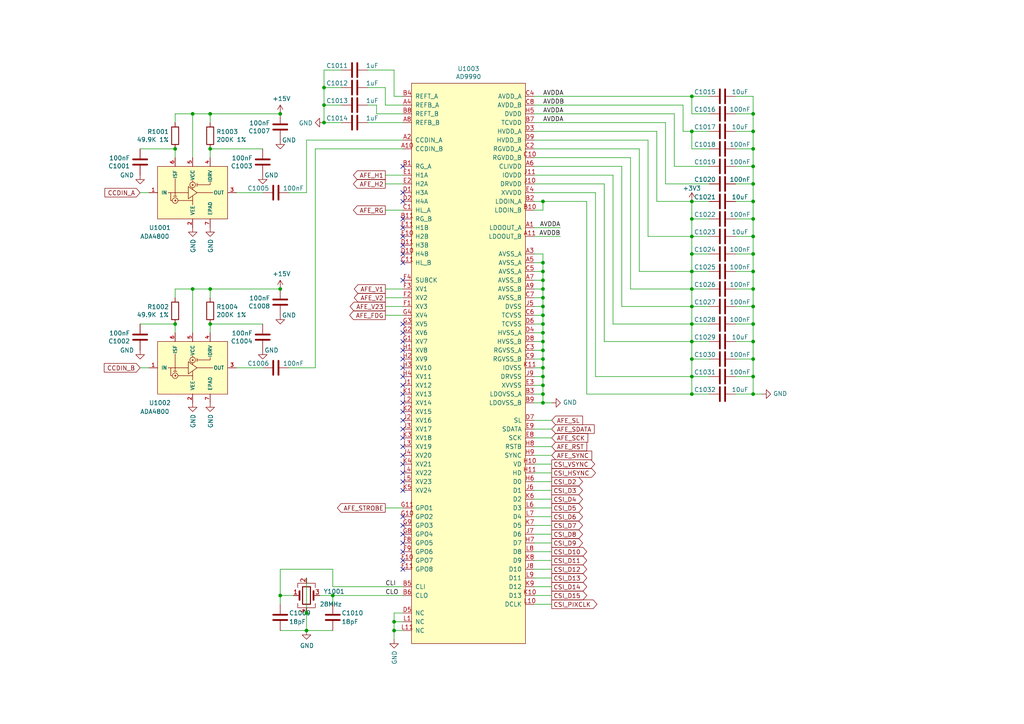
<source format=kicad_sch>
(kicad_sch (version 20230121) (generator eeschema)
  (paper "A4")
  (title_block (title "Sitina 1 Mainboard") (date "2023-03-16") (rev "R0.6") (company "Copyright 2023 Wenting Zhang") (comment 2 "MERCHANTABILITY, SATISFACTORY QUALITY AND FITNESS FOR A PARTICULAR PURPOSE.") (comment 3 "This source is distributed WITHOUT ANY EXPRESS OR IMPLIED WARRANTY, INCLUDING OF") (comment 4 "This source describes Open Hardware and is licensed under the CERN-OHL-P v2."))
  (lib_symbols
    (symbol "Device:C" (pin_numbers hide) (pin_names (offset 0.254))
      (property "Reference" "C" (at 0.635 2.54 0))
      (property "Value" "C" (at 0.635 -2.54 0))
      (symbol "C_0_1"
        (polyline (pts (xy -2.032 -0.762) (xy 2.032 -0.762)) (stroke (width 0.508)))
        (polyline (pts (xy -2.032 0.762) (xy 2.032 0.762)) (stroke (width 0.508)))
      )
      (symbol "C_1_1"
        (pin passive line (at 0 3.81 270) (length 2.794) (name "~") (number "1"))
        (pin passive line (at 0 -3.81 90) (length 2.794) (name "~") (number "2"))
      )
    )
    (symbol "Device:Crystal_GND24" (pin_names (offset 1.016) hide)
      (property "Reference" "Y" (at 3.175 5.08 0))
      (property "Value" "Crystal_GND24" (at 3.175 3.175 0))
      (symbol "Crystal_GND24_0_1"
        (rectangle (start -1.143 2.54) (end 1.143 -2.54) (stroke (width 0.3048)))
        (polyline (pts (xy -2.54 0) (xy -2.032 0)))
        (polyline (pts (xy -2.032 -1.27) (xy -2.032 1.27)) (stroke (width 0.508)))
        (polyline (pts (xy 0 -3.81) (xy 0 -3.556)))
        (polyline (pts (xy 0 3.556) (xy 0 3.81)))
        (polyline (pts (xy 2.032 -1.27) (xy 2.032 1.27)) (stroke (width 0.508)))
        (polyline (pts (xy 2.032 0) (xy 2.54 0)))
        (polyline (pts (xy -2.54 -2.286) (xy -2.54 -3.556) (xy 2.54 -3.556) (xy 2.54 -2.286)))
        (polyline (pts (xy -2.54 2.286) (xy -2.54 3.556) (xy 2.54 3.556) (xy 2.54 2.286)))
      )
      (symbol "Crystal_GND24_1_1"
        (pin passive line (at -3.81 0 0) (length 1.27) (name "1") (number "1"))
        (pin passive line (at 0 5.08 270) (length 1.27) (name "2") (number "2"))
        (pin passive line (at 3.81 0 180) (length 1.27) (name "3") (number "3"))
        (pin passive line (at 0 -5.08 90) (length 1.27) (name "4") (number "4"))
      )
    )
    (symbol "Device:R" (pin_numbers hide) (pin_names (offset 0))
      (property "Reference" "R" (at 2.032 0 90))
      (property "Value" "R" (at 0 0 90))
      (symbol "R_0_1"
        (rectangle (start -1.016 -2.54) (end 1.016 2.54) (stroke (width 0.254)))
      )
      (symbol "R_1_1"
        (pin passive line (at 0 3.81 270) (length 1.27) (name "~") (number "1"))
        (pin passive line (at 0 -3.81 90) (length 1.27) (name "~") (number "2"))
      )
    )
    (symbol "Sitina:AD9990" (pin_names (offset 1.016))
      (property "Reference" "U" (at -13.97 40.64 0))
      (property "Value" "AD9990" (at 2.54 40.64 0))
      (symbol "AD9990_0_1"
        (rectangle (start -15.24 39.37) (end 17.78 -123.19) (fill (type background)))
      )
      (symbol "AD9990_1_1"
        (pin power_out line (at 20.32 -2.54 180) (length 2.54) (name "LDOOUT_A") (number "A1"))
        (pin input line (at -17.78 20.32 0) (length 2.54) (name "CCDIN_B") (number "A10"))
        (pin power_out line (at 20.32 -5.08 180) (length 2.54) (name "LDOOUT_B") (number "A11"))
        (pin input line (at -17.78 22.86 0) (length 2.54) (name "CCDIN_A") (number "A2"))
        (pin power_in line (at 20.32 -10.16 180) (length 2.54) (name "AVSS_A") (number "A3"))
        (pin output line (at -17.78 33.02 0) (length 2.54) (name "REFB_A") (number "A4"))
        (pin power_in line (at 20.32 -12.7 180) (length 2.54) (name "AVSS_A") (number "A5"))
        (pin power_in line (at 20.32 15.24 180) (length 2.54) (name "CLIVDD") (number "A6"))
        (pin power_in line (at 20.32 -17.78 180) (length 2.54) (name "AVSS_B") (number "A7"))
        (pin output line (at -17.78 27.94 0) (length 2.54) (name "REFB_B") (number "A8"))
        (pin power_in line (at 20.32 -20.32 180) (length 2.54) (name "AVSS_B") (number "A9"))
        (pin output line (at -17.78 15.24 0) (length 2.54) (name "RG_A") (number "B1"))
        (pin power_in line (at 20.32 2.54 180) (length 2.54) (name "LDOIN_B") (number "B10"))
        (pin output line (at -17.78 0 0) (length 2.54) (name "RG_B") (number "B11"))
        (pin power_in line (at 20.32 5.08 180) (length 2.54) (name "LDOIN_A") (number "B2"))
        (pin power_in line (at 20.32 -50.8 180) (length 2.54) (name "LDOVSS_A") (number "B3"))
        (pin output line (at -17.78 35.56 0) (length 2.54) (name "REFT_A") (number "B4"))
        (pin input line (at -17.78 -106.68 0) (length 2.54) (name "CLI") (number "B5"))
        (pin output line (at -17.78 -109.22 0) (length 2.54) (name "CLO") (number "B6"))
        (pin power_in line (at 20.32 27.94 180) (length 2.54) (name "TCVDD") (number "B7"))
        (pin output line (at -17.78 30.48 0) (length 2.54) (name "REFT_B") (number "B8"))
        (pin power_in line (at 20.32 -53.34 180) (length 2.54) (name "LDOVSS_B") (number "B9"))
        (pin output line (at -17.78 2.54 0) (length 2.54) (name "HL_A") (number "C1"))
        (pin power_in line (at 20.32 17.78 180) (length 2.54) (name "RGVDD_B") (number "C10"))
        (pin output line (at -17.78 -12.7 0) (length 2.54) (name "HL_B") (number "C11"))
        (pin power_in line (at 20.32 20.32 180) (length 2.54) (name "RGVDD_A") (number "C2"))
        (pin power_in line (at 20.32 -38.1 180) (length 2.54) (name "RGVSS_A") (number "C3"))
        (pin power_in line (at 20.32 35.56 180) (length 2.54) (name "AVDD_A") (number "C4"))
        (pin power_in line (at 20.32 -15.24 180) (length 2.54) (name "AVSS_A") (number "C5"))
        (pin power_in line (at 20.32 -27.94 180) (length 2.54) (name "TCVSS") (number "C6"))
        (pin power_in line (at 20.32 -22.86 180) (length 2.54) (name "AVSS_B") (number "C7"))
        (pin power_in line (at 20.32 33.02 180) (length 2.54) (name "AVDD_B") (number "C8"))
        (pin power_in line (at 20.32 -40.64 180) (length 2.54) (name "RGVSS_B") (number "C9"))
        (pin output line (at -17.78 7.62 0) (length 2.54) (name "H3A") (number "D1"))
        (pin output line (at -17.78 -10.16 0) (length 2.54) (name "H4B") (number "D10"))
        (pin output line (at -17.78 -7.62 0) (length 2.54) (name "H3B") (number "D11"))
        (pin output line (at -17.78 5.08 0) (length 2.54) (name "H4A") (number "D2"))
        (pin power_in line (at 20.32 25.4 180) (length 2.54) (name "HVDD_A") (number "D3"))
        (pin power_in line (at 20.32 -33.02 180) (length 2.54) (name "HVSS_A") (number "D4"))
        (pin unspecified line (at -17.78 -114.3 0) (length 2.54) (name "NC") (number "D5"))
        (pin power_in line (at 20.32 -30.48 180) (length 2.54) (name "TCVSS") (number "D6"))
        (pin input line (at 20.32 -58.42 180) (length 2.54) (name "SL") (number "D7"))
        (pin power_in line (at 20.32 -35.56 180) (length 2.54) (name "HVSS_B") (number "D8"))
        (pin power_in line (at 20.32 22.86 180) (length 2.54) (name "HVDD_B") (number "D9"))
        (pin output line (at -17.78 12.7 0) (length 2.54) (name "H1A") (number "E1"))
        (pin output line (at -17.78 -5.08 0) (length 2.54) (name "H2B") (number "E10"))
        (pin output line (at -17.78 -2.54 0) (length 2.54) (name "H1B") (number "E11"))
        (pin output line (at -17.78 10.16 0) (length 2.54) (name "H2A") (number "E2"))
        (pin power_in line (at 20.32 -48.26 180) (length 2.54) (name "XVVSS") (number "E3"))
        (pin power_in line (at 20.32 7.62 180) (length 2.54) (name "XVVDD") (number "E4"))
        (pin input line (at 20.32 -63.5 180) (length 2.54) (name "SCK") (number "E8"))
        (pin input line (at 20.32 -60.96 180) (length 2.54) (name "SDATA") (number "E9"))
        (pin output line (at -17.78 -25.4 0) (length 2.54) (name "XV3") (number "F1"))
        (pin output line (at -17.78 -99.06 0) (length 2.54) (name "GPO7") (number "F10"))
        (pin output line (at -17.78 -101.6 0) (length 2.54) (name "GPO8") (number "F11"))
        (pin output line (at -17.78 -22.86 0) (length 2.54) (name "XV2") (number "F2"))
        (pin output line (at -17.78 -20.32 0) (length 2.54) (name "XV1") (number "F3"))
        (pin output line (at -17.78 -17.78 0) (length 2.54) (name "SUBCK") (number "F4"))
        (pin output line (at -17.78 -93.98 0) (length 2.54) (name "GPO5") (number "F8"))
        (pin output line (at -17.78 -96.52 0) (length 2.54) (name "GPO6") (number "F9"))
        (pin output line (at -17.78 -35.56 0) (length 2.54) (name "XV7") (number "G1"))
        (pin output line (at -17.78 -86.36 0) (length 2.54) (name "GPO2") (number "G10"))
        (pin output line (at -17.78 -83.82 0) (length 2.54) (name "GPO1") (number "G11"))
        (pin output line (at -17.78 -33.02 0) (length 2.54) (name "XV6") (number "G2"))
        (pin output line (at -17.78 -30.48 0) (length 2.54) (name "XV5") (number "G3"))
        (pin output line (at -17.78 -27.94 0) (length 2.54) (name "XV4") (number "G4"))
        (pin output line (at -17.78 -91.44 0) (length 2.54) (name "GPO4") (number "G8"))
        (pin output line (at -17.78 -88.9 0) (length 2.54) (name "GPO3") (number "G9"))
        (pin output line (at -17.78 -38.1 0) (length 2.54) (name "XV8") (number "H1"))
        (pin output line (at 20.32 -71.12 180) (length 2.54) (name "VD") (number "H10"))
        (pin output line (at 20.32 -73.66 180) (length 2.54) (name "HD") (number "H11"))
        (pin output line (at -17.78 -40.64 0) (length 2.54) (name "XV9") (number "H2"))
        (pin output line (at -17.78 -43.18 0) (length 2.54) (name "XV10") (number "H3"))
        (pin output line (at -17.78 -45.72 0) (length 2.54) (name "XV11") (number "H4"))
        (pin power_in line (at 20.32 30.48 180) (length 2.54) (name "DVDD") (number "H5"))
        (pin output line (at 20.32 -76.2 180) (length 2.54) (name "D0") (number "H6"))
        (pin output line (at 20.32 -93.98 180) (length 2.54) (name "D7") (number "H7"))
        (pin input line (at 20.32 -66.04 180) (length 2.54) (name "RSTB") (number "H8"))
        (pin input line (at 20.32 -68.58 180) (length 2.54) (name "SYNC") (number "H9"))
        (pin output line (at -17.78 -48.26 0) (length 2.54) (name "XV12") (number "J1"))
        (pin power_in line (at 20.32 10.16 180) (length 2.54) (name "DRVDD") (number "J10"))
        (pin power_in line (at 20.32 12.7 180) (length 2.54) (name "IOVDD") (number "J11"))
        (pin output line (at -17.78 -58.42 0) (length 2.54) (name "XV16") (number "J2"))
        (pin output line (at -17.78 -60.96 0) (length 2.54) (name "XV17") (number "J3"))
        (pin output line (at -17.78 -68.58 0) (length 2.54) (name "XV20") (number "J4"))
        (pin power_in line (at 20.32 -25.4 180) (length 2.54) (name "DVSS") (number "J5"))
        (pin output line (at 20.32 -78.74 180) (length 2.54) (name "D1") (number "J6"))
        (pin output line (at 20.32 -91.44 180) (length 2.54) (name "D6") (number "J7"))
        (pin output line (at 20.32 -101.6 180) (length 2.54) (name "D10") (number "J8"))
        (pin power_in line (at 20.32 -45.72 180) (length 2.54) (name "DRVSS") (number "J9"))
        (pin output line (at -17.78 -50.8 0) (length 2.54) (name "XV13") (number "K1"))
        (pin output line (at 20.32 -109.22 180) (length 2.54) (name "D13") (number "K10"))
        (pin power_in line (at 20.32 -43.18 180) (length 2.54) (name "IOVSS") (number "K11"))
        (pin output line (at -17.78 -55.88 0) (length 2.54) (name "XV15") (number "K2"))
        (pin output line (at -17.78 -63.5 0) (length 2.54) (name "XV18") (number "K3"))
        (pin output line (at -17.78 -71.12 0) (length 2.54) (name "XV21") (number "K4"))
        (pin output line (at -17.78 -78.74 0) (length 2.54) (name "XV24") (number "K5"))
        (pin output line (at 20.32 -81.28 180) (length 2.54) (name "D2") (number "K6"))
        (pin output line (at 20.32 -88.9 180) (length 2.54) (name "D5") (number "K7"))
        (pin output line (at 20.32 -99.06 180) (length 2.54) (name "D9") (number "K8"))
        (pin output line (at 20.32 -106.68 180) (length 2.54) (name "D12") (number "K9"))
        (pin unspecified line (at -17.78 -116.84 0) (length 2.54) (name "NC") (number "L1"))
        (pin output line (at 20.32 -111.76 180) (length 2.54) (name "DCLK") (number "L10"))
        (pin unspecified line (at -17.78 -119.38 0) (length 2.54) (name "NC") (number "L11"))
        (pin output line (at -17.78 -53.34 0) (length 2.54) (name "XV14") (number "L2"))
        (pin output line (at -17.78 -66.04 0) (length 2.54) (name "XV19") (number "L3"))
        (pin output line (at -17.78 -73.66 0) (length 2.54) (name "XV22") (number "L4"))
        (pin output line (at -17.78 -76.2 0) (length 2.54) (name "XV23") (number "L5"))
        (pin output line (at 20.32 -83.82 180) (length 2.54) (name "D3") (number "L6"))
        (pin output line (at 20.32 -86.36 180) (length 2.54) (name "D4") (number "L7"))
        (pin output line (at 20.32 -96.52 180) (length 2.54) (name "D8") (number "L8"))
        (pin output line (at 20.32 -104.14 180) (length 2.54) (name "D11") (number "L9"))
      )
    )
    (symbol "Sitina:ADA4800" (pin_names (offset 1.016))
      (property "Reference" "U" (at 0 0 0))
      (property "Value" "ADA4800" (at 0 -2.54 0))
      (symbol "ADA4800_0_1"
        (rectangle (start -10.16 -10.16) (end 10.16 -25.4) (fill (type background)))
        (circle (center 0 -15.494) (radius 0.8128))
        (polyline (pts (xy -7.112 -17.78) (xy -1.27 -17.78)))
        (polyline (pts (xy -6.35 -20.066) (xy -6.35 -17.78)))
        (polyline (pts (xy -6.35 -20.066) (xy -5.969 -20.066)))
        (polyline (pts (xy -5.588 -18.796) (xy -4.572 -18.796)))
        (polyline (pts (xy -5.08 -13.716) (xy -5.08 -18.796)))
        (polyline (pts (xy -4.191 -20.066) (xy 0 -20.066)))
        (polyline (pts (xy 0 -21.336) (xy 0 -18.796)))
        (polyline (pts (xy 0 -16.383) (xy 0 -16.891)))
        (polyline (pts (xy 0 -15.24) (xy 0 -15.748)))
        (polyline (pts (xy 0 -14.605) (xy 0 -14.224)))
        (polyline (pts (xy 1.27 -17.78) (xy 5.842 -17.78)))
        (polyline (pts (xy 1.27 -14.986) (xy 1.27 -16.002)))
        (polyline (pts (xy -0.254 -15.494) (xy 0 -15.748) (xy 0.254 -15.494)))
        (polyline (pts (xy 1.27 -15.494) (xy 5.08 -15.494) (xy 5.08 -14.732)))
        (polyline (pts (xy -1.27 -19.558) (xy 1.27 -17.78) (xy -1.27 -16.002) (xy -1.27 -19.558)))
      )
      (symbol "ADA4800_1_1"
        (circle (center -5.08 -20.066) (radius 0.8128))
        (polyline (pts (xy -5.334 -20.066) (xy -4.826 -20.066)))
        (polyline (pts (xy -5.08 -20.32) (xy -4.826 -20.066) (xy -5.08 -19.812)))
        (pin power_in line (at -12.7 -17.78 0) (length 2.54) (name "IN") (number "1"))
        (pin output line (at 0 -27.94 90) (length 2.54) (name "VEE") (number "2"))
        (pin output line (at 12.7 -17.78 180) (length 2.54) (name "OUT") (number "3"))
        (pin input line (at 5.08 -7.62 270) (length 2.54) (name "IDRV") (number "4"))
        (pin input line (at 0 -7.62 270) (length 2.54) (name "VCC") (number "5"))
        (pin input line (at -5.08 -7.62 270) (length 2.54) (name "ISF") (number "6"))
        (pin output line (at 5.08 -27.94 90) (length 2.54) (name "EPAD") (number "7"))
      )
    )
    (symbol "power:+15V" (power) (pin_names (offset 0))
      (property "Value" "+15V" (at 0 3.556 0))
      (symbol "+15V_0_1"
        (polyline (pts (xy -0.762 1.27) (xy 0 2.54)))
        (polyline (pts (xy 0 0) (xy 0 2.54)))
        (polyline (pts (xy 0 2.54) (xy 0.762 1.27)))
      )
      (symbol "+15V_1_1"
        (pin power_in line (at 0 0 90) (length 0) hide (name "+15V") (number "1"))
      )
    )
    (symbol "power:+3V3" (power) (pin_names (offset 0))
      (property "Value" "+3V3" (at 0 3.556 0))
      (symbol "+3V3_0_1"
        (polyline (pts (xy -0.762 1.27) (xy 0 2.54)))
        (polyline (pts (xy 0 0) (xy 0 2.54)))
        (polyline (pts (xy 0 2.54) (xy 0.762 1.27)))
      )
      (symbol "+3V3_1_1"
        (pin power_in line (at 0 0 90) (length 0) hide (name "+3V3") (number "1"))
      )
    )
    (symbol "power:GND" (power) (pin_names (offset 0))
      (property "Value" "GND" (at 0 -3.81 0))
      (symbol "GND_0_1"
        (polyline (pts (xy 0 0) (xy 0 -1.27) (xy 1.27 -1.27) (xy 0 -2.54) (xy -1.27 -1.27) (xy 0 -1.27)))
      )
      (symbol "GND_1_1"
        (pin power_in line (at 0 0 270) (length 0) hide (name "GND") (number "1"))
      )
    )
  )
  (junction (at 157.48 101.6) (diameter 0.9144))
  (junction (at 157.48 58.42) (diameter 0.9144))
  (junction (at 218.44 48.26) (diameter 0.9144))
  (junction (at 218.44 73.66) (diameter 0.9144))
  (junction (at 200.66 83.82) (diameter 0.9144))
  (junction (at 218.44 99.06) (diameter 0.9144))
  (junction (at 218.44 53.34) (diameter 0.9144))
  (junction (at 200.66 63.5) (diameter 0.9144))
  (junction (at 60.96 93.98) (diameter 0.9144))
  (junction (at 157.48 86.36) (diameter 0.9144))
  (junction (at 200.66 73.66) (diameter 0.9144))
  (junction (at 96.52 172.72) (diameter 0.9144))
  (junction (at 200.66 109.22) (diameter 0.9144))
  (junction (at 81.28 83.82) (diameter 0.9144))
  (junction (at 218.44 104.14) (diameter 0.9144))
  (junction (at 200.66 78.74) (diameter 0.9144))
  (junction (at 93.98 35.56) (diameter 0.9144))
  (junction (at 88.9 177.8) (diameter 0.9144))
  (junction (at 157.48 109.22) (diameter 0.9144))
  (junction (at 218.44 68.58) (diameter 0.9144))
  (junction (at 93.98 30.48) (diameter 0.9144))
  (junction (at 157.48 114.3) (diameter 0.9144))
  (junction (at 114.3 182.88))
  (junction (at 200.66 114.3) (diameter 0.9144))
  (junction (at 81.28 33.02) (diameter 0.9144))
  (junction (at 157.48 106.68) (diameter 0.9144))
  (junction (at 157.48 83.82) (diameter 0.9144))
  (junction (at 81.28 172.72) (diameter 0.9144))
  (junction (at 157.48 116.84) (diameter 0.9144))
  (junction (at 60.96 43.18) (diameter 0.9144))
  (junction (at 200.66 88.9) (diameter 0.9144))
  (junction (at 218.44 38.1) (diameter 0.9144))
  (junction (at 55.88 33.02) (diameter 0.9144))
  (junction (at 200.66 38.1) (diameter 0.9144))
  (junction (at 93.98 25.4) (diameter 0.9144))
  (junction (at 218.44 114.3))
  (junction (at 157.48 99.06) (diameter 0.9144))
  (junction (at 157.48 93.98) (diameter 0.9144))
  (junction (at 157.48 81.28) (diameter 0.9144))
  (junction (at 218.44 58.42) (diameter 0.9144))
  (junction (at 218.44 88.9) (diameter 0.9144))
  (junction (at 218.44 78.74) (diameter 0.9144))
  (junction (at 218.44 109.22) (diameter 0.9144))
  (junction (at 200.66 68.58) (diameter 0.9144))
  (junction (at 50.8 43.18) (diameter 0.9144))
  (junction (at 157.48 96.52) (diameter 0.9144))
  (junction (at 218.44 63.5) (diameter 0.9144))
  (junction (at 88.9 182.88) (diameter 0.9144))
  (junction (at 200.66 93.98))
  (junction (at 157.48 91.44) (diameter 0.9144))
  (junction (at 60.96 33.02) (diameter 0.9144))
  (junction (at 218.44 93.98) (diameter 0.9144))
  (junction (at 50.8 93.98) (diameter 0.9144))
  (junction (at 200.66 104.14) (diameter 0.9144))
  (junction (at 55.88 83.82) (diameter 0.9144))
  (junction (at 157.48 104.14) (diameter 0.9144))
  (junction (at 200.66 27.94) (diameter 0.9144))
  (junction (at 218.44 33.02) (diameter 0.9144))
  (junction (at 218.44 43.18) (diameter 0.9144))
  (junction (at 157.48 111.76) (diameter 0.9144))
  (junction (at 218.44 83.82) (diameter 0.9144))
  (junction (at 200.66 99.06) (diameter 0.9144))
  (junction (at 157.48 88.9) (diameter 0.9144))
  (junction (at 157.48 78.74) (diameter 0.9144))
  (junction (at 157.48 76.2) (diameter 0.9144))
  (junction (at 114.3 180.34))
  (junction (at 60.96 83.82) (diameter 0.9144))
  (junction (at 200.66 58.42) (diameter 0.9144))
  (no_connect (at 116.84 121.92))
  (no_connect (at 116.84 160.02))
  (no_connect (at 116.84 119.38))
  (no_connect (at 116.84 132.08))
  (no_connect (at 116.84 73.66))
  (no_connect (at 116.84 142.24))
  (no_connect (at 116.84 137.16))
  (no_connect (at 116.84 154.94))
  (no_connect (at 116.84 106.68))
  (no_connect (at 116.84 96.52))
  (no_connect (at 116.84 55.88))
  (no_connect (at 116.84 149.86))
  (no_connect (at 116.84 152.4))
  (no_connect (at 116.84 114.3))
  (no_connect (at 116.84 93.98))
  (no_connect (at 116.84 58.42))
  (no_connect (at 116.84 127))
  (no_connect (at 116.84 139.7))
  (no_connect (at 116.84 109.22))
  (no_connect (at 116.84 165.1))
  (no_connect (at 116.84 129.54))
  (no_connect (at 116.84 104.14))
  (no_connect (at 116.84 99.06))
  (no_connect (at 116.84 134.62))
  (no_connect (at 116.84 157.48))
  (no_connect (at 116.84 63.5))
  (no_connect (at 116.84 66.04))
  (no_connect (at 116.84 68.58))
  (no_connect (at 116.84 76.2))
  (no_connect (at 116.84 48.26))
  (no_connect (at 116.84 81.28))
  (no_connect (at 116.84 101.6))
  (no_connect (at 116.84 111.76))
  (no_connect (at 116.84 124.46))
  (no_connect (at 116.84 116.84))
  (no_connect (at 116.84 71.12))
  (no_connect (at 116.84 162.56))
  (wire (pts (xy 116.84 177.8) (xy 114.3 177.8)))
  (wire (pts (xy 99.06 25.4) (xy 93.98 25.4)))
  (wire (pts (xy 157.48 104.14) (xy 157.48 106.68)))
  (wire (pts (xy 200.66 43.18) (xy 205.74 43.18)))
  (wire (pts (xy 157.48 73.66) (xy 154.94 73.66)))
  (wire (pts (xy 154.94 137.16) (xy 160.02 137.16)))
  (wire (pts (xy 213.36 73.66) (xy 218.44 73.66)))
  (wire (pts (xy 106.68 20.32) (xy 114.3 20.32)))
  (wire (pts (xy 109.22 30.48) (xy 109.22 33.02)))
  (wire (pts (xy 50.8 43.18) (xy 50.8 45.72)))
  (wire (pts (xy 157.48 99.06) (xy 157.48 101.6)))
  (wire (pts (xy 111.76 88.9) (xy 116.84 88.9)))
  (wire (pts (xy 60.96 86.36) (xy 60.96 83.82)))
  (wire (pts (xy 218.44 38.1) (xy 218.44 43.18)))
  (wire (pts (xy 185.42 43.18) (xy 185.42 78.74)))
  (wire (pts (xy 170.18 114.3) (xy 200.66 114.3)))
  (wire (pts (xy 157.48 78.74) (xy 157.48 76.2)))
  (wire (pts (xy 200.66 93.98) (xy 200.66 99.06)))
  (wire (pts (xy 154.94 154.94) (xy 160.02 154.94)))
  (wire (pts (xy 55.88 33.02) (xy 60.96 33.02)))
  (wire (pts (xy 154.94 43.18) (xy 185.42 43.18)))
  (wire (pts (xy 60.96 35.56) (xy 60.96 33.02)))
  (wire (pts (xy 50.8 35.56) (xy 50.8 33.02)))
  (wire (pts (xy 172.72 55.88) (xy 154.94 55.88)))
  (wire (pts (xy 154.94 114.3) (xy 157.48 114.3)))
  (wire (pts (xy 187.96 68.58) (xy 187.96 40.64)))
  (wire (pts (xy 154.94 132.08) (xy 160.02 132.08)))
  (wire (pts (xy 116.84 182.88) (xy 114.3 182.88)))
  (wire (pts (xy 92.71 172.72) (xy 96.52 172.72)))
  (wire (pts (xy 157.48 93.98) (xy 157.48 91.44)))
  (wire (pts (xy 200.66 104.14) (xy 200.66 99.06)))
  (wire (pts (xy 154.94 86.36) (xy 157.48 86.36)))
  (wire (pts (xy 154.94 147.32) (xy 160.02 147.32)))
  (wire (pts (xy 154.94 139.7) (xy 160.02 139.7)))
  (wire (pts (xy 182.88 45.72) (xy 154.94 45.72)))
  (wire (pts (xy 205.74 104.14) (xy 200.66 104.14)))
  (wire (pts (xy 218.44 53.34) (xy 218.44 58.42)))
  (wire (pts (xy 154.94 152.4) (xy 160.02 152.4)))
  (wire (pts (xy 106.68 30.48) (xy 109.22 30.48)))
  (wire (pts (xy 154.94 127) (xy 160.02 127)))
  (wire (pts (xy 85.09 172.72) (xy 81.28 172.72)))
  (wire (pts (xy 154.94 170.18) (xy 160.02 170.18)))
  (wire (pts (xy 218.44 78.74) (xy 218.44 83.82)))
  (wire (pts (xy 218.44 63.5) (xy 218.44 68.58)))
  (wire (pts (xy 93.98 30.48) (xy 99.06 30.48)))
  (wire (pts (xy 157.48 106.68) (xy 157.48 109.22)))
  (wire (pts (xy 157.48 96.52) (xy 157.48 93.98)))
  (wire (pts (xy 50.8 33.02) (xy 55.88 33.02)))
  (wire (pts (xy 154.94 81.28) (xy 157.48 81.28)))
  (wire (pts (xy 195.58 33.02) (xy 154.94 33.02)))
  (wire (pts (xy 154.94 149.86) (xy 160.02 149.86)))
  (wire (pts (xy 200.66 78.74) (xy 205.74 78.74)))
  (wire (pts (xy 195.58 48.26) (xy 205.74 48.26)))
  (wire (pts (xy 218.44 99.06) (xy 218.44 104.14)))
  (wire (pts (xy 154.94 116.84) (xy 157.48 116.84)))
  (wire (pts (xy 218.44 33.02) (xy 218.44 38.1)))
  (wire (pts (xy 213.36 53.34) (xy 218.44 53.34)))
  (wire (pts (xy 157.48 78.74) (xy 154.94 78.74)))
  (wire (pts (xy 157.48 111.76) (xy 157.48 114.3)))
  (wire (pts (xy 213.36 83.82) (xy 218.44 83.82)))
  (wire (pts (xy 200.66 88.9) (xy 205.74 88.9)))
  (wire (pts (xy 116.84 30.48) (xy 111.76 30.48)))
  (wire (pts (xy 157.48 60.96) (xy 157.48 58.42)))
  (wire (pts (xy 116.84 180.34) (xy 114.3 180.34)))
  (wire (pts (xy 200.66 93.98) (xy 205.74 93.98)))
  (wire (pts (xy 190.5 38.1) (xy 190.5 58.42)))
  (wire (pts (xy 180.34 88.9) (xy 200.66 88.9)))
  (wire (pts (xy 154.94 48.26) (xy 180.34 48.26)))
  (wire (pts (xy 218.44 83.82) (xy 218.44 88.9)))
  (wire (pts (xy 200.66 114.3) (xy 200.66 109.22)))
  (wire (pts (xy 99.06 35.56) (xy 93.98 35.56)))
  (wire (pts (xy 154.94 66.04) (xy 162.56 66.04)))
  (wire (pts (xy 213.36 43.18) (xy 218.44 43.18)))
  (wire (pts (xy 111.76 25.4) (xy 106.68 25.4)))
  (wire (pts (xy 172.72 109.22) (xy 172.72 55.88)))
  (wire (pts (xy 114.3 177.8) (xy 114.3 180.34)))
  (wire (pts (xy 200.66 27.94) (xy 205.74 27.94)))
  (wire (pts (xy 154.94 109.22) (xy 157.48 109.22)))
  (wire (pts (xy 200.66 78.74) (xy 200.66 73.66)))
  (wire (pts (xy 213.36 93.98) (xy 218.44 93.98)))
  (wire (pts (xy 157.48 96.52) (xy 154.94 96.52)))
  (wire (pts (xy 154.94 165.1) (xy 160.02 165.1)))
  (wire (pts (xy 93.98 20.32) (xy 93.98 25.4)))
  (wire (pts (xy 154.94 30.48) (xy 198.12 30.48)))
  (wire (pts (xy 157.48 96.52) (xy 157.48 99.06)))
  (wire (pts (xy 177.8 93.98) (xy 177.8 50.8)))
  (wire (pts (xy 76.2 55.88) (xy 68.58 55.88)))
  (wire (pts (xy 50.8 86.36) (xy 50.8 83.82)))
  (wire (pts (xy 109.22 33.02) (xy 116.84 33.02)))
  (wire (pts (xy 83.82 55.88) (xy 88.9 55.88)))
  (wire (pts (xy 175.26 99.06) (xy 175.26 53.34)))
  (wire (pts (xy 195.58 33.02) (xy 195.58 48.26)))
  (wire (pts (xy 200.66 38.1) (xy 205.74 38.1)))
  (wire (pts (xy 81.28 182.88) (xy 88.9 182.88)))
  (wire (pts (xy 157.48 86.36) (xy 157.48 83.82)))
  (wire (pts (xy 76.2 43.18) (xy 60.96 43.18)))
  (wire (pts (xy 200.66 99.06) (xy 175.26 99.06)))
  (wire (pts (xy 193.04 53.34) (xy 205.74 53.34)))
  (wire (pts (xy 218.44 48.26) (xy 218.44 53.34)))
  (wire (pts (xy 213.36 38.1) (xy 218.44 38.1)))
  (wire (pts (xy 213.36 78.74) (xy 218.44 78.74)))
  (wire (pts (xy 40.64 93.98) (xy 50.8 93.98)))
  (wire (pts (xy 213.36 88.9) (xy 218.44 88.9)))
  (wire (pts (xy 55.88 96.52) (xy 55.88 83.82)))
  (wire (pts (xy 213.36 109.22) (xy 218.44 109.22)))
  (wire (pts (xy 154.94 129.54) (xy 160.02 129.54)))
  (wire (pts (xy 111.76 86.36) (xy 116.84 86.36)))
  (wire (pts (xy 157.48 91.44) (xy 157.48 88.9)))
  (wire (pts (xy 50.8 93.98) (xy 50.8 96.52)))
  (wire (pts (xy 157.48 91.44) (xy 154.94 91.44)))
  (wire (pts (xy 200.66 68.58) (xy 205.74 68.58)))
  (wire (pts (xy 185.42 78.74) (xy 200.66 78.74)))
  (wire (pts (xy 170.18 58.42) (xy 170.18 114.3)))
  (wire (pts (xy 154.94 104.14) (xy 157.48 104.14)))
  (wire (pts (xy 111.76 53.34) (xy 116.84 53.34)))
  (wire (pts (xy 200.66 68.58) (xy 187.96 68.58)))
  (wire (pts (xy 200.66 68.58) (xy 200.66 63.5)))
  (wire (pts (xy 154.94 88.9) (xy 157.48 88.9)))
  (wire (pts (xy 50.8 83.82) (xy 55.88 83.82)))
  (wire (pts (xy 198.12 38.1) (xy 200.66 38.1)))
  (wire (pts (xy 154.94 134.62) (xy 160.02 134.62)))
  (wire (pts (xy 157.48 106.68) (xy 154.94 106.68)))
  (wire (pts (xy 154.94 157.48) (xy 160.02 157.48)))
  (wire (pts (xy 200.66 58.42) (xy 205.74 58.42)))
  (wire (pts (xy 200.66 73.66) (xy 200.66 68.58)))
  (wire (pts (xy 40.64 43.18) (xy 50.8 43.18)))
  (wire (pts (xy 154.94 68.58) (xy 162.56 68.58)))
  (wire (pts (xy 157.48 101.6) (xy 154.94 101.6)))
  (wire (pts (xy 218.44 58.42) (xy 218.44 63.5)))
  (wire (pts (xy 154.94 160.02) (xy 160.02 160.02)))
  (wire (pts (xy 177.8 50.8) (xy 154.94 50.8)))
  (wire (pts (xy 213.36 99.06) (xy 218.44 99.06)))
  (wire (pts (xy 96.52 170.18) (xy 116.84 170.18)))
  (wire (pts (xy 213.36 114.3) (xy 218.44 114.3)))
  (wire (pts (xy 55.88 83.82) (xy 60.96 83.82)))
  (wire (pts (xy 60.96 33.02) (xy 81.28 33.02)))
  (wire (pts (xy 154.94 99.06) (xy 157.48 99.06)))
  (wire (pts (xy 157.48 111.76) (xy 154.94 111.76)))
  (wire (pts (xy 81.28 165.1) (xy 81.28 172.72)))
  (wire (pts (xy 200.66 88.9) (xy 200.66 83.82)))
  (wire (pts (xy 205.74 63.5) (xy 200.66 63.5)))
  (wire (pts (xy 218.44 27.94) (xy 218.44 33.02)))
  (wire (pts (xy 40.64 106.68) (xy 43.18 106.68)))
  (wire (pts (xy 187.96 40.64) (xy 154.94 40.64)))
  (wire (pts (xy 157.48 83.82) (xy 154.94 83.82)))
  (wire (pts (xy 114.3 182.88) (xy 114.3 185.42)))
  (wire (pts (xy 213.36 33.02) (xy 218.44 33.02)))
  (wire (pts (xy 170.18 58.42) (xy 157.48 58.42)))
  (wire (pts (xy 154.94 60.96) (xy 157.48 60.96)))
  (wire (pts (xy 154.94 172.72) (xy 160.02 172.72)))
  (wire (pts (xy 205.74 109.22) (xy 200.66 109.22)))
  (wire (pts (xy 218.44 73.66) (xy 218.44 78.74)))
  (wire (pts (xy 205.74 99.06) (xy 200.66 99.06)))
  (wire (pts (xy 154.94 144.78) (xy 160.02 144.78)))
  (wire (pts (xy 111.76 50.8) (xy 116.84 50.8)))
  (wire (pts (xy 40.64 55.88) (xy 43.18 55.88)))
  (wire (pts (xy 200.66 27.94) (xy 154.94 27.94)))
  (wire (pts (xy 180.34 48.26) (xy 180.34 88.9)))
  (wire (pts (xy 200.66 83.82) (xy 200.66 78.74)))
  (wire (pts (xy 200.66 38.1) (xy 200.66 43.18)))
  (wire (pts (xy 76.2 106.68) (xy 68.58 106.68)))
  (wire (pts (xy 88.9 40.64) (xy 116.84 40.64)))
  (wire (pts (xy 96.52 172.72) (xy 116.84 172.72)))
  (wire (pts (xy 154.94 175.26) (xy 160.02 175.26)))
  (wire (pts (xy 55.88 45.72) (xy 55.88 33.02)))
  (wire (pts (xy 205.74 83.82) (xy 200.66 83.82)))
  (wire (pts (xy 157.48 109.22) (xy 157.48 111.76)))
  (wire (pts (xy 182.88 83.82) (xy 182.88 45.72)))
  (wire (pts (xy 213.36 58.42) (xy 218.44 58.42)))
  (wire (pts (xy 200.66 88.9) (xy 200.66 93.98)))
  (wire (pts (xy 213.36 68.58) (xy 218.44 68.58)))
  (wire (pts (xy 154.94 167.64) (xy 160.02 167.64)))
  (wire (pts (xy 198.12 30.48) (xy 198.12 38.1)))
  (wire (pts (xy 190.5 58.42) (xy 200.66 58.42)))
  (wire (pts (xy 91.44 43.18) (xy 91.44 106.68)))
  (wire (pts (xy 154.94 142.24) (xy 160.02 142.24)))
  (wire (pts (xy 60.96 93.98) (xy 60.96 96.52)))
  (wire (pts (xy 154.94 93.98) (xy 157.48 93.98)))
  (wire (pts (xy 111.76 83.82) (xy 116.84 83.82)))
  (wire (pts (xy 83.82 106.68) (xy 91.44 106.68)))
  (wire (pts (xy 218.44 109.22) (xy 218.44 114.3)))
  (wire (pts (xy 154.94 35.56) (xy 193.04 35.56)))
  (wire (pts (xy 218.44 114.3) (xy 220.98 114.3)))
  (wire (pts (xy 218.44 93.98) (xy 218.44 99.06)))
  (wire (pts (xy 88.9 40.64) (xy 88.9 55.88)))
  (wire (pts (xy 96.52 165.1) (xy 96.52 170.18)))
  (wire (pts (xy 157.48 83.82) (xy 157.48 81.28)))
  (wire (pts (xy 157.48 76.2) (xy 157.48 73.66)))
  (wire (pts (xy 93.98 30.48) (xy 93.98 35.56)))
  (wire (pts (xy 154.94 53.34) (xy 175.26 53.34)))
  (wire (pts (xy 200.66 83.82) (xy 182.88 83.82)))
  (wire (pts (xy 96.52 172.72) (xy 96.52 175.26)))
  (wire (pts (xy 157.48 88.9) (xy 157.48 86.36)))
  (wire (pts (xy 157.48 116.84) (xy 160.02 116.84)))
  (wire (pts (xy 106.68 35.56) (xy 116.84 35.56)))
  (wire (pts (xy 218.44 104.14) (xy 218.44 109.22)))
  (wire (pts (xy 116.84 43.18) (xy 91.44 43.18)))
  (wire (pts (xy 213.36 63.5) (xy 218.44 63.5)))
  (wire (pts (xy 99.06 20.32) (xy 93.98 20.32)))
  (wire (pts (xy 60.96 43.18) (xy 60.96 45.72)))
  (wire (pts (xy 213.36 27.94) (xy 218.44 27.94)))
  (wire (pts (xy 111.76 91.44) (xy 116.84 91.44)))
  (wire (pts (xy 154.94 38.1) (xy 190.5 38.1)))
  (wire (pts (xy 200.66 33.02) (xy 200.66 27.94)))
  (wire (pts (xy 213.36 48.26) (xy 218.44 48.26)))
  (wire (pts (xy 116.84 27.94) (xy 114.3 27.94)))
  (wire (pts (xy 177.8 93.98) (xy 200.66 93.98)))
  (wire (pts (xy 111.76 60.96) (xy 116.84 60.96)))
  (wire (pts (xy 205.74 73.66) (xy 200.66 73.66)))
  (wire (pts (xy 88.9 167.64) (xy 88.9 177.8)))
  (wire (pts (xy 218.44 88.9) (xy 218.44 93.98)))
  (wire (pts (xy 157.48 101.6) (xy 157.48 104.14)))
  (wire (pts (xy 81.28 172.72) (xy 81.28 175.26)))
  (wire (pts (xy 81.28 165.1) (xy 96.52 165.1)))
  (wire (pts (xy 114.3 27.94) (xy 114.3 20.32)))
  (wire (pts (xy 154.94 76.2) (xy 157.48 76.2)))
  (wire (pts (xy 200.66 109.22) (xy 172.72 109.22)))
  (wire (pts (xy 114.3 180.34) (xy 114.3 182.88)))
  (wire (pts (xy 205.74 33.02) (xy 200.66 33.02)))
  (wire (pts (xy 218.44 43.18) (xy 218.44 48.26)))
  (wire (pts (xy 193.04 53.34) (xy 193.04 35.56)))
  (wire (pts (xy 60.96 83.82) (xy 81.28 83.82)))
  (wire (pts (xy 111.76 147.32) (xy 116.84 147.32)))
  (wire (pts (xy 93.98 25.4) (xy 93.98 30.48)))
  (wire (pts (xy 154.94 124.46) (xy 160.02 124.46)))
  (wire (pts (xy 157.48 114.3) (xy 157.48 116.84)))
  (wire (pts (xy 154.94 162.56) (xy 160.02 162.56)))
  (wire (pts (xy 96.52 182.88) (xy 88.9 182.88)))
  (wire (pts (xy 88.9 177.8) (xy 88.9 182.88)))
  (wire (pts (xy 154.94 58.42) (xy 157.48 58.42)))
  (wire (pts (xy 218.44 68.58) (xy 218.44 73.66)))
  (wire (pts (xy 154.94 121.92) (xy 160.02 121.92)))
  (wire (pts (xy 200.66 114.3) (xy 205.74 114.3)))
  (wire (pts (xy 111.76 30.48) (xy 111.76 25.4)))
  (wire (pts (xy 200.66 109.22) (xy 200.66 104.14)))
  (wire (pts (xy 213.36 104.14) (xy 218.44 104.14)))
  (wire (pts (xy 157.48 81.28) (xy 157.48 78.74)))
  (wire (pts (xy 200.66 63.5) (xy 200.66 58.42)))
  (wire (pts (xy 76.2 93.98) (xy 60.96 93.98)))
  (label "AVDDA" (at 157.48 33.02 0))
  (label "AVDDA" (at 157.48 27.94 0))
  (label "CLI" (at 111.76 170.18 0))
  (label "CLO" (at 111.76 172.72 0))
  (label "AVDDA" (at 157.48 35.56 0))
  (label "AVDDB" (at 157.48 30.48 0))
  (label "AVDDA" (at 162.56 66.04 180))
  (label "AVDDB" (at 162.56 68.58 180))
  (global_label "AFE_V1" (shape output) (at 111.76 83.82 180) (property "Intersheetrefs" "${INTERSHEET_REFS}" (effects hide)))
  (global_label "AFE_RST" (shape input) (at 160.02 129.54 0) (property "Intersheetrefs" "${INTERSHEET_REFS}" (effects hide)))
  (global_label "CSI_D5" (shape output) (at 160.02 147.32 0) (property "Intersheetrefs" "${INTERSHEET_REFS}" (effects hide)))
  (global_label "CSI_D2" (shape output) (at 160.02 139.7 0) (property "Intersheetrefs" "${INTERSHEET_REFS}" (effects hide)))
  (global_label "AFE_SL" (shape input) (at 160.02 121.92 0) (property "Intersheetrefs" "${INTERSHEET_REFS}" (effects hide)))
  (global_label "AFE_SDATA" (shape input) (at 160.02 124.46 0) (property "Intersheetrefs" "${INTERSHEET_REFS}" (effects hide)))
  (global_label "CSI_D6" (shape output) (at 160.02 149.86 0) (property "Intersheetrefs" "${INTERSHEET_REFS}" (effects hide)))
  (global_label "AFE_V2" (shape output) (at 111.76 86.36 180) (property "Intersheetrefs" "${INTERSHEET_REFS}" (effects hide)))
  (global_label "CSI_D9" (shape output) (at 160.02 157.48 0) (property "Intersheetrefs" "${INTERSHEET_REFS}" (effects hide)))
  (global_label "CSI_D11" (shape output) (at 160.02 162.56 0) (property "Intersheetrefs" "${INTERSHEET_REFS}" (effects hide)))
  (global_label "CSI_D12" (shape output) (at 160.02 165.1 0) (property "Intersheetrefs" "${INTERSHEET_REFS}" (effects hide)))
  (global_label "AFE_FDG" (shape output) (at 111.76 91.44 180) (property "Intersheetrefs" "${INTERSHEET_REFS}" (effects hide)))
  (global_label "CSI_PIXCLK" (shape output) (at 160.02 175.26 0) (property "Intersheetrefs" "${INTERSHEET_REFS}" (effects hide)))
  (global_label "CSI_D7" (shape output) (at 160.02 152.4 0) (property "Intersheetrefs" "${INTERSHEET_REFS}" (effects hide)))
  (global_label "AFE_SYNC" (shape input) (at 160.02 132.08 0) (property "Intersheetrefs" "${INTERSHEET_REFS}" (effects hide)))
  (global_label "CSI_D13" (shape output) (at 160.02 167.64 0) (property "Intersheetrefs" "${INTERSHEET_REFS}" (effects hide)))
  (global_label "AFE_STROBE" (shape output) (at 111.76 147.32 180) (property "Intersheetrefs" "${INTERSHEET_REFS}" (effects hide)))
  (global_label "AFE_V23" (shape output) (at 111.76 88.9 180) (property "Intersheetrefs" "${INTERSHEET_REFS}" (effects hide)))
  (global_label "AFE_RG" (shape output) (at 111.76 60.96 180) (property "Intersheetrefs" "${INTERSHEET_REFS}" (effects hide)))
  (global_label "CCDIN_B" (shape input) (at 40.64 106.68 180) (property "Intersheetrefs" "${INTERSHEET_REFS}" (effects hide)))
  (global_label "AFE_H1" (shape output) (at 111.76 50.8 180) (property "Intersheetrefs" "${INTERSHEET_REFS}" (effects hide)))
  (global_label "CSI_D10" (shape output) (at 160.02 160.02 0) (property "Intersheetrefs" "${INTERSHEET_REFS}" (effects hide)))
  (global_label "AFE_H2" (shape output) (at 111.76 53.34 180) (property "Intersheetrefs" "${INTERSHEET_REFS}" (effects hide)))
  (global_label "CSI_D14" (shape output) (at 160.02 170.18 0) (property "Intersheetrefs" "${INTERSHEET_REFS}" (effects hide)))
  (global_label "CSI_D3" (shape output) (at 160.02 142.24 0) (property "Intersheetrefs" "${INTERSHEET_REFS}" (effects hide)))
  (global_label "CCDIN_A" (shape input) (at 40.64 55.88 180) (property "Intersheetrefs" "${INTERSHEET_REFS}" (effects hide)))
  (global_label "CSI_D8" (shape output) (at 160.02 154.94 0) (property "Intersheetrefs" "${INTERSHEET_REFS}" (effects hide)))
  (global_label "CSI_D4" (shape output) (at 160.02 144.78 0) (property "Intersheetrefs" "${INTERSHEET_REFS}" (effects hide)))
  (global_label "CSI_HSYNC" (shape output) (at 160.02 137.16 0) (property "Intersheetrefs" "${INTERSHEET_REFS}" (effects hide)))
  (global_label "CSI_VSYNC" (shape output) (at 160.02 134.62 0) (property "Intersheetrefs" "${INTERSHEET_REFS}" (effects hide)))
  (global_label "AFE_SCK" (shape input) (at 160.02 127 0) (property "Intersheetrefs" "${INTERSHEET_REFS}" (effects hide)))
  (global_label "CSI_D15" (shape output) (at 160.02 172.72 0) (property "Intersheetrefs" "${INTERSHEET_REFS}" (effects hide)))
  (symbol (lib_id "power:+15V") (at 81.28 83.82 0) (unit 1)
    (property "Reference" "#PWR01011" (effects hide))
    (property "Value" "+15V" (at 81.661 79.4258 0))
  )
  (symbol (lib_id "power:GND") (at 55.88 116.84 0) (unit 1)
    (property "Reference" "#PWR01004" (effects hide))
    (property "Value" "GND" (at 56.007 120.0912 90) (effects (justify right)))
  )
  (symbol (lib_id "Device:C") (at 209.55 27.94 270) (unit 1)
    (property "Reference" "C1015" (at 204.47 26.67 90))
    (property "Value" "10uF" (at 214.63 26.67 90))
    (property "Footprint" "Capacitor_SMD:C_0603_1608Metric" (effects hide))
  )
  (symbol (lib_id "Device:C") (at 102.87 20.32 270) (unit 1)
    (property "Reference" "C1011" (at 97.79 19.05 90))
    (property "Value" "1uF" (at 107.95 19.05 90))
    (property "Footprint" "Capacitor_SMD:C_0402_1005Metric" (effects hide))
  )
  (symbol (lib_id "Device:C") (at 209.55 114.3 270) (unit 1)
    (property "Reference" "C1032" (at 204.47 113.03 90))
    (property "Value" "10uF" (at 214.63 113.03 90))
    (property "Footprint" "Capacitor_SMD:C_0603_1608Metric" (effects hide))
  )
  (symbol (lib_id "Device:C") (at 209.55 53.34 270) (unit 1)
    (property "Reference" "C1020" (at 204.47 52.07 90))
    (property "Value" "100nF" (at 214.63 52.07 90))
    (property "Footprint" "Capacitor_SMD:C_0402_1005Metric" (effects hide))
  )
  (symbol (lib_id "Device:C") (at 76.2 46.99 0) (unit 1)
    (property "Reference" "C1003" (at 73.279 48.1584 0) (effects (justify right)))
    (property "Value" "100nF" (at 73.279 45.847 0) (effects (justify right)))
    (property "Footprint" "Capacitor_SMD:C_0402_1005Metric" (effects hide))
  )
  (symbol (lib_id "Device:R") (at 60.96 39.37 0) (unit 1)
    (property "Reference" "R1003" (at 62.738 38.2016 0) (effects (justify left)))
    (property "Value" "200K 1%" (at 62.738 40.513 0) (effects (justify left)))
    (property "Footprint" "Resistor_SMD:R_0402_1005Metric" (effects hide))
  )
  (symbol (lib_id "Device:C") (at 209.55 104.14 270) (unit 1)
    (property "Reference" "C1030" (at 204.47 102.87 90))
    (property "Value" "100nF" (at 214.63 102.87 90))
    (property "Footprint" "Capacitor_SMD:C_0402_1005Metric" (effects hide))
  )
  (symbol (lib_id "power:GND") (at 88.9 182.88 0) (unit 1)
    (property "Reference" "#PWR01013" (effects hide))
    (property "Value" "GND" (at 89.027 187.2742 0))
  )
  (symbol (lib_id "power:GND") (at 55.88 66.04 0) (unit 1)
    (property "Reference" "#PWR01003" (effects hide))
    (property "Value" "GND" (at 56.007 69.2912 90) (effects (justify right)))
  )
  (symbol (lib_id "Device:C") (at 40.64 97.79 0) (unit 1)
    (property "Reference" "C1002" (at 37.719 98.9584 0) (effects (justify right)))
    (property "Value" "100nF" (at 37.719 96.647 0) (effects (justify right)))
    (property "Footprint" "Capacitor_SMD:C_0402_1005Metric" (effects hide))
  )
  (symbol (lib_id "Device:C") (at 96.52 179.07 0) (mirror x) (unit 1)
    (property "Reference" "C1010" (at 99.06 177.8 0) (effects (justify left)))
    (property "Value" "18pF" (at 99.06 180.34 0) (effects (justify left)))
    (property "Footprint" "Capacitor_SMD:C_0402_1005Metric" (effects hide))
  )
  (symbol (lib_id "power:GND") (at 60.96 66.04 0) (unit 1)
    (property "Reference" "#PWR01005" (effects hide))
    (property "Value" "GND" (at 61.087 69.2912 90) (effects (justify right)))
  )
  (symbol (lib_id "Sitina:AD9990") (at 134.62 63.5 0) (unit 1)
    (property "Reference" "U1003" (at 135.89 19.939 0))
    (property "Value" "AD9990" (at 135.89 22.2504 0))
    (property "Footprint" "footprints:BGA-112_11x11_8.0x8.0mm" (effects hide))
  )
  (symbol (lib_id "Device:R") (at 60.96 90.17 0) (unit 1)
    (property "Reference" "R1004" (at 62.738 89.0016 0) (effects (justify left)))
    (property "Value" "200K 1%" (at 62.738 91.313 0) (effects (justify left)))
    (property "Footprint" "Resistor_SMD:R_0402_1005Metric" (effects hide))
  )
  (symbol (lib_id "Device:C") (at 209.55 73.66 270) (unit 1)
    (property "Reference" "C1024" (at 204.47 72.39 90))
    (property "Value" "100nF" (at 214.63 72.39 90))
    (property "Footprint" "Capacitor_SMD:C_0402_1005Metric" (effects hide))
  )
  (symbol (lib_id "Device:C") (at 209.55 58.42 270) (unit 1)
    (property "Reference" "C1021" (at 204.47 57.15 90))
    (property "Value" "10uF" (at 214.63 57.15 90))
    (property "Footprint" "Capacitor_SMD:C_0603_1608Metric" (effects hide))
  )
  (symbol (lib_id "power:GND") (at 93.98 35.56 270) (unit 1)
    (property "Reference" "#PWR01014" (effects hide))
    (property "Value" "GND" (at 90.7288 35.687 90) (effects (justify right)))
  )
  (symbol (lib_id "Device:R") (at 50.8 90.17 0) (mirror y) (unit 1)
    (property "Reference" "R1002" (at 49.022 89.0016 0) (effects (justify left)))
    (property "Value" "49.9K 1%" (at 49.022 91.313 0) (effects (justify left)))
    (property "Footprint" "Resistor_SMD:R_0402_1005Metric" (effects hide))
  )
  (symbol (lib_id "Device:C") (at 209.55 78.74 270) (unit 1)
    (property "Reference" "C1025" (at 204.47 77.47 90))
    (property "Value" "100nF" (at 214.63 77.47 90))
    (property "Footprint" "Capacitor_SMD:C_0402_1005Metric" (effects hide))
  )
  (symbol (lib_id "Sitina:ADA4800") (at 55.88 38.1 0) (unit 1)
    (property "Reference" "U1001" (at 43.18 66.04 0) (effects (justify left)))
    (property "Value" "ADA4800" (at 40.64 68.58 0) (effects (justify left)))
    (property "Footprint" "footprints:DFN-6-1EP_1.6x1.6mm_P0.5mm_EP0.5x1.05mm" (effects hide))
  )
  (symbol (lib_id "Device:C") (at 40.64 46.99 0) (unit 1)
    (property "Reference" "C1001" (at 37.719 48.1584 0) (effects (justify right)))
    (property "Value" "100nF" (at 37.719 45.847 0) (effects (justify right)))
    (property "Footprint" "Capacitor_SMD:C_0402_1005Metric" (effects hide))
  )
  (symbol (lib_id "power:GND") (at 60.96 116.84 0) (unit 1)
    (property "Reference" "#PWR01006" (effects hide))
    (property "Value" "GND" (at 61.087 120.0912 90) (effects (justify right)))
  )
  (symbol (lib_id "power:GND") (at 40.64 50.8 0) (unit 1)
    (property "Reference" "#PWR01001" (effects hide))
    (property "Value" "GND" (at 36.83 50.8 0))
  )
  (symbol (lib_id "Device:C") (at 209.55 109.22 270) (unit 1)
    (property "Reference" "C1031" (at 204.47 107.95 90))
    (property "Value" "100nF" (at 214.63 107.95 90))
    (property "Footprint" "Capacitor_SMD:C_0402_1005Metric" (effects hide))
  )
  (symbol (lib_id "power:GND") (at 76.2 101.6 0) (unit 1)
    (property "Reference" "#PWR01008" (effects hide))
    (property "Value" "GND" (at 78.74 101.6 0))
  )
  (symbol (lib_id "power:GND") (at 40.64 101.6 0) (unit 1)
    (property "Reference" "#PWR01002" (effects hide))
    (property "Value" "GND" (at 36.83 101.6 0))
  )
  (symbol (lib_id "power:GND") (at 160.02 116.84 90) (unit 1)
    (property "Reference" "#PWR01016" (effects hide))
    (property "Value" "GND" (at 163.2712 116.713 90) (effects (justify right)))
  )
  (symbol (lib_id "Device:C") (at 81.28 179.07 0) (mirror x) (unit 1)
    (property "Reference" "C1009" (at 83.82 177.8 0) (effects (justify left)))
    (property "Value" "18pF" (at 83.82 180.34 0) (effects (justify left)))
    (property "Footprint" "Capacitor_SMD:C_0402_1005Metric" (effects hide))
  )
  (symbol (lib_id "Device:C") (at 209.55 63.5 270) (unit 1)
    (property "Reference" "C1022" (at 204.47 62.23 90))
    (property "Value" "100nF" (at 214.63 62.23 90))
    (property "Footprint" "Capacitor_SMD:C_0402_1005Metric" (effects hide))
  )
  (symbol (lib_id "Device:C") (at 209.55 83.82 270) (unit 1)
    (property "Reference" "C1026" (at 204.47 82.55 90))
    (property "Value" "100nF" (at 214.63 82.55 90))
    (property "Footprint" "Capacitor_SMD:C_0402_1005Metric" (effects hide))
  )
  (symbol (lib_id "Device:C") (at 209.55 93.98 270) (unit 1)
    (property "Reference" "C1028" (at 204.47 92.71 90))
    (property "Value" "100nF" (at 214.63 92.71 90))
    (property "Footprint" "Capacitor_SMD:C_0402_1005Metric" (effects hide))
  )
  (symbol (lib_id "Device:C") (at 209.55 43.18 270) (unit 1)
    (property "Reference" "C1018" (at 204.47 41.91 90))
    (property "Value" "100nF" (at 214.63 41.91 90))
    (property "Footprint" "Capacitor_SMD:C_0402_1005Metric" (effects hide))
  )
  (symbol (lib_id "power:GND") (at 220.98 114.3 90) (unit 1)
    (property "Reference" "#PWR01018" (effects hide))
    (property "Value" "GND" (at 224.2312 114.173 90) (effects (justify right)))
  )
  (symbol (lib_id "Device:C") (at 102.87 30.48 270) (unit 1)
    (property "Reference" "C1013" (at 97.79 29.21 90))
    (property "Value" "1uF" (at 107.95 29.21 90))
    (property "Footprint" "Capacitor_SMD:C_0402_1005Metric" (effects hide))
  )
  (symbol (lib_id "Device:C") (at 209.55 68.58 270) (unit 1)
    (property "Reference" "C1023" (at 204.47 67.31 90))
    (property "Value" "10uF" (at 214.63 67.31 90))
    (property "Footprint" "Capacitor_SMD:C_0603_1608Metric" (effects hide))
  )
  (symbol (lib_id "Device:C") (at 81.28 36.83 0) (unit 1)
    (property "Reference" "C1007" (at 78.359 37.9984 0) (effects (justify right)))
    (property "Value" "100nF" (at 78.359 35.687 0) (effects (justify right)))
    (property "Footprint" "Capacitor_SMD:C_0402_1005Metric" (effects hide))
  )
  (symbol (lib_id "Sitina:ADA4800") (at 55.88 88.9 0) (unit 1)
    (property "Reference" "U1002" (at 43.18 116.84 0) (effects (justify left)))
    (property "Value" "ADA4800" (at 40.64 119.38 0) (effects (justify left)))
    (property "Footprint" "footprints:DFN-6-1EP_1.6x1.6mm_P0.5mm_EP0.5x1.05mm" (effects hide))
  )
  (symbol (lib_id "power:+3V3") (at 200.66 58.42 0) (unit 1)
    (property "Reference" "#PWR01017" (effects hide))
    (property "Value" "+3V3" (at 200.66 54.61 0))
  )
  (symbol (lib_id "Device:C") (at 209.55 38.1 270) (unit 1)
    (property "Reference" "C1017" (at 204.47 36.83 90))
    (property "Value" "10uF" (at 214.63 36.83 90))
    (property "Footprint" "Capacitor_SMD:C_0603_1608Metric" (effects hide))
  )
  (symbol (lib_id "power:GND") (at 81.28 91.44 0) (unit 1)
    (property "Reference" "#PWR01012" (effects hide))
    (property "Value" "GND" (at 83.82 91.44 0))
  )
  (symbol (lib_id "Device:C") (at 209.55 48.26 270) (unit 1)
    (property "Reference" "C1019" (at 204.47 46.99 90))
    (property "Value" "100nF" (at 214.63 46.99 90))
    (property "Footprint" "Capacitor_SMD:C_0402_1005Metric" (effects hide))
  )
  (symbol (lib_id "Device:C") (at 102.87 25.4 270) (unit 1)
    (property "Reference" "C1012" (at 97.79 24.13 90))
    (property "Value" "1uF" (at 107.95 24.13 90))
    (property "Footprint" "Capacitor_SMD:C_0402_1005Metric" (effects hide))
  )
  (symbol (lib_id "Device:Crystal_GND24") (at 88.9 172.72 0) (unit 1)
    (property "Reference" "Y1001" (at 93.8276 171.5516 0) (effects (justify left)))
    (property "Value" "28MHz" (at 92.71 175.26 0) (effects (justify left)))
    (property "Footprint" "Crystal:Crystal_SMD_3225-4Pin_3.2x2.5mm" (effects hide))
  )
  (symbol (lib_id "power:+15V") (at 81.28 33.02 0) (unit 1)
    (property "Reference" "#PWR01009" (effects hide))
    (property "Value" "+15V" (at 81.661 28.6258 0))
  )
  (symbol (lib_id "power:GND") (at 114.3 185.42 0) (unit 1)
    (property "Reference" "#PWR01015" (effects hide))
    (property "Value" "GND" (at 114.427 188.6712 90) (effects (justify right)))
  )
  (symbol (lib_id "Device:C") (at 76.2 97.79 0) (unit 1)
    (property "Reference" "C1004" (at 73.279 98.9584 0) (effects (justify right)))
    (property "Value" "100nF" (at 73.279 96.647 0) (effects (justify right)))
    (property "Footprint" "Capacitor_SMD:C_0402_1005Metric" (effects hide))
  )
  (symbol (lib_id "Device:R") (at 50.8 39.37 0) (mirror y) (unit 1)
    (property "Reference" "R1001" (at 49.022 38.2016 0) (effects (justify left)))
    (property "Value" "49.9K 1%" (at 49.022 40.513 0) (effects (justify left)))
    (property "Footprint" "Resistor_SMD:R_0402_1005Metric" (effects hide))
  )
  (symbol (lib_id "Device:C") (at 102.87 35.56 270) (unit 1)
    (property "Reference" "C1014" (at 97.79 34.29 90))
    (property "Value" "1uF" (at 107.95 34.29 90))
    (property "Footprint" "Capacitor_SMD:C_0402_1005Metric" (effects hide))
  )
  (symbol (lib_id "power:GND") (at 81.28 40.64 0) (unit 1)
    (property "Reference" "#PWR01010" (effects hide))
    (property "Value" "GND" (at 83.82 40.64 0))
  )
  (symbol (lib_id "Device:C") (at 80.01 55.88 270) (unit 1)
    (property "Reference" "C1005" (at 74.93 54.61 90))
    (property "Value" "100nF" (at 85.09 54.61 90))
    (property "Footprint" "Capacitor_SMD:C_0402_1005Metric" (effects hide))
  )
  (symbol (lib_id "Device:C") (at 209.55 99.06 270) (unit 1)
    (property "Reference" "C1029" (at 204.47 97.79 90))
    (property "Value" "10uF" (at 214.63 97.79 90))
    (property "Footprint" "Capacitor_SMD:C_0603_1608Metric" (effects hide))
  )
  (symbol (lib_id "Device:C") (at 80.01 106.68 270) (unit 1)
    (property "Reference" "C1006" (at 74.93 105.41 90))
    (property "Value" "100nF" (at 85.09 105.41 90))
    (property "Footprint" "Capacitor_SMD:C_0402_1005Metric" (effects hide))
  )
  (symbol (lib_id "Device:C") (at 209.55 33.02 270) (unit 1)
    (property "Reference" "C1016" (at 204.47 31.75 90))
    (property "Value" "100nF" (at 214.63 31.75 90))
    (property "Footprint" "Capacitor_SMD:C_0402_1005Metric" (effects hide))
  )
  (symbol (lib_id "Device:C") (at 209.55 88.9 270) (unit 1)
    (property "Reference" "C1027" (at 204.47 87.63 90))
    (property "Value" "100nF" (at 214.63 87.63 90))
    (property "Footprint" "Capacitor_SMD:C_0402_1005Metric" (effects hide))
  )
  (symbol (lib_id "Device:C") (at 81.28 87.63 0) (unit 1)
    (property "Reference" "C1008" (at 78.359 88.7984 0) (effects (justify right)))
    (property "Value" "100nF" (at 78.359 86.487 0) (effects (justify right)))
    (property "Footprint" "Capacitor_SMD:C_0402_1005Metric" (effects hide))
  )
  (symbol (lib_id "power:GND") (at 76.2 50.8 0) (unit 1)
    (property "Reference" "#PWR01007" (effects hide))
    (property "Value" "GND" (at 78.74 50.8 0))
  )
)
</source>
